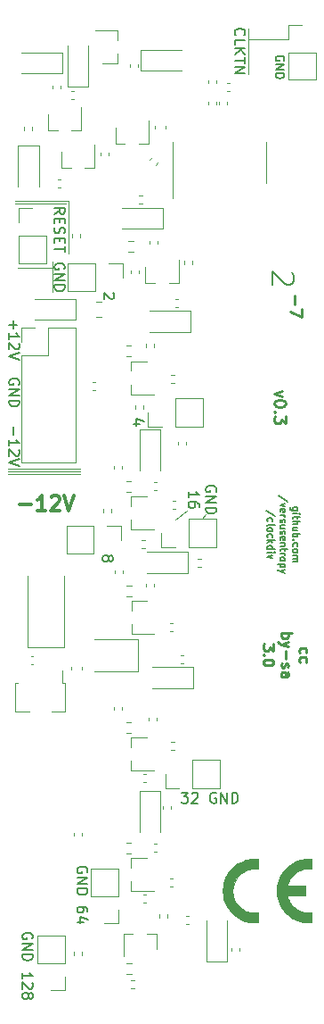
<source format=gto>
G04 #@! TF.GenerationSoftware,KiCad,Pcbnew,(5.1.10)-1*
G04 #@! TF.CreationDate,2021-11-26T00:00:13+01:00*
G04 #@! TF.ProjectId,clockdiv,636c6f63-6b64-4697-962e-6b696361645f,rev?*
G04 #@! TF.SameCoordinates,Original*
G04 #@! TF.FileFunction,Legend,Top*
G04 #@! TF.FilePolarity,Positive*
%FSLAX46Y46*%
G04 Gerber Fmt 4.6, Leading zero omitted, Abs format (unit mm)*
G04 Created by KiCad (PCBNEW (5.1.10)-1) date 2021-11-26 00:00:13*
%MOMM*%
%LPD*%
G01*
G04 APERTURE LIST*
%ADD10C,0.330000*%
%ADD11C,0.120000*%
%ADD12C,0.230000*%
%ADD13C,0.150000*%
%ADD14C,0.275000*%
%ADD15C,0.200000*%
%ADD16C,0.010000*%
G04 APERTURE END LIST*
D10*
X108785333Y-121893000D02*
X109852000Y-121893000D01*
X111252000Y-122426333D02*
X110452000Y-122426333D01*
X110852000Y-122426333D02*
X110852000Y-121026333D01*
X110718666Y-121226333D01*
X110585333Y-121359666D01*
X110452000Y-121426333D01*
X111785333Y-121159666D02*
X111852000Y-121093000D01*
X111985333Y-121026333D01*
X112318666Y-121026333D01*
X112452000Y-121093000D01*
X112518666Y-121159666D01*
X112585333Y-121293000D01*
X112585333Y-121426333D01*
X112518666Y-121626333D01*
X111718666Y-122426333D01*
X112585333Y-122426333D01*
X112985333Y-121026333D02*
X113452000Y-122426333D01*
X113918666Y-121026333D01*
D11*
X114554000Y-118999000D02*
X107696000Y-118999000D01*
X114554000Y-118745000D02*
X107696000Y-118745000D01*
X114554000Y-118491000D02*
X107696000Y-118491000D01*
D12*
X133712714Y-111077571D02*
X132979380Y-111339476D01*
X133712714Y-111601380D01*
X134079380Y-112229952D02*
X134079380Y-112334714D01*
X134027000Y-112439476D01*
X133974619Y-112491857D01*
X133869857Y-112544238D01*
X133660333Y-112596619D01*
X133398428Y-112596619D01*
X133188904Y-112544238D01*
X133084142Y-112491857D01*
X133031761Y-112439476D01*
X132979380Y-112334714D01*
X132979380Y-112229952D01*
X133031761Y-112125190D01*
X133084142Y-112072809D01*
X133188904Y-112020428D01*
X133398428Y-111968047D01*
X133660333Y-111968047D01*
X133869857Y-112020428D01*
X133974619Y-112072809D01*
X134027000Y-112125190D01*
X134079380Y-112229952D01*
X133084142Y-113068047D02*
X133031761Y-113120428D01*
X132979380Y-113068047D01*
X133031761Y-113015666D01*
X133084142Y-113068047D01*
X132979380Y-113068047D01*
X134079380Y-113487095D02*
X134079380Y-114168047D01*
X133660333Y-113801380D01*
X133660333Y-113958523D01*
X133607952Y-114063285D01*
X133555571Y-114115666D01*
X133450809Y-114168047D01*
X133188904Y-114168047D01*
X133084142Y-114115666D01*
X133031761Y-114063285D01*
X132979380Y-113958523D01*
X132979380Y-113644238D01*
X133031761Y-113539476D01*
X133084142Y-113487095D01*
D13*
X109974000Y-163036571D02*
X110021619Y-162941333D01*
X110021619Y-162798476D01*
X109974000Y-162655619D01*
X109878761Y-162560380D01*
X109783523Y-162512761D01*
X109593047Y-162465142D01*
X109450190Y-162465142D01*
X109259714Y-162512761D01*
X109164476Y-162560380D01*
X109069238Y-162655619D01*
X109021619Y-162798476D01*
X109021619Y-162893714D01*
X109069238Y-163036571D01*
X109116857Y-163084190D01*
X109450190Y-163084190D01*
X109450190Y-162893714D01*
X109021619Y-163512761D02*
X110021619Y-163512761D01*
X109021619Y-164084190D01*
X110021619Y-164084190D01*
X109021619Y-164560380D02*
X110021619Y-164560380D01*
X110021619Y-164798476D01*
X109974000Y-164941333D01*
X109878761Y-165036571D01*
X109783523Y-165084190D01*
X109593047Y-165131809D01*
X109450190Y-165131809D01*
X109259714Y-165084190D01*
X109164476Y-165036571D01*
X109069238Y-164941333D01*
X109021619Y-164798476D01*
X109021619Y-164560380D01*
X109021619Y-166846095D02*
X109021619Y-166274666D01*
X109021619Y-166560380D02*
X110021619Y-166560380D01*
X109878761Y-166465142D01*
X109783523Y-166369904D01*
X109735904Y-166274666D01*
X109926380Y-167227047D02*
X109974000Y-167274666D01*
X110021619Y-167369904D01*
X110021619Y-167608000D01*
X109974000Y-167703238D01*
X109926380Y-167750857D01*
X109831142Y-167798476D01*
X109735904Y-167798476D01*
X109593047Y-167750857D01*
X109021619Y-167179428D01*
X109021619Y-167798476D01*
X109593047Y-168369904D02*
X109640666Y-168274666D01*
X109688285Y-168227047D01*
X109783523Y-168179428D01*
X109831142Y-168179428D01*
X109926380Y-168227047D01*
X109974000Y-168274666D01*
X110021619Y-168369904D01*
X110021619Y-168560380D01*
X109974000Y-168655619D01*
X109926380Y-168703238D01*
X109831142Y-168750857D01*
X109783523Y-168750857D01*
X109688285Y-168703238D01*
X109640666Y-168655619D01*
X109593047Y-168560380D01*
X109593047Y-168369904D01*
X109545428Y-168274666D01*
X109497809Y-168227047D01*
X109402571Y-168179428D01*
X109212095Y-168179428D01*
X109116857Y-168227047D01*
X109069238Y-168274666D01*
X109021619Y-168369904D01*
X109021619Y-168560380D01*
X109069238Y-168655619D01*
X109116857Y-168703238D01*
X109212095Y-168750857D01*
X109402571Y-168750857D01*
X109497809Y-168703238D01*
X109545428Y-168655619D01*
X109593047Y-168560380D01*
X115181000Y-156781761D02*
X115228619Y-156686523D01*
X115228619Y-156543666D01*
X115181000Y-156400809D01*
X115085761Y-156305571D01*
X114990523Y-156257952D01*
X114800047Y-156210333D01*
X114657190Y-156210333D01*
X114466714Y-156257952D01*
X114371476Y-156305571D01*
X114276238Y-156400809D01*
X114228619Y-156543666D01*
X114228619Y-156638904D01*
X114276238Y-156781761D01*
X114323857Y-156829380D01*
X114657190Y-156829380D01*
X114657190Y-156638904D01*
X114228619Y-157257952D02*
X115228619Y-157257952D01*
X114228619Y-157829380D01*
X115228619Y-157829380D01*
X114228619Y-158305571D02*
X115228619Y-158305571D01*
X115228619Y-158543666D01*
X115181000Y-158686523D01*
X115085761Y-158781761D01*
X114990523Y-158829380D01*
X114800047Y-158877000D01*
X114657190Y-158877000D01*
X114466714Y-158829380D01*
X114371476Y-158781761D01*
X114276238Y-158686523D01*
X114228619Y-158543666D01*
X114228619Y-158305571D01*
X115228619Y-160496047D02*
X115228619Y-160305571D01*
X115181000Y-160210333D01*
X115133380Y-160162714D01*
X114990523Y-160067476D01*
X114800047Y-160019857D01*
X114419095Y-160019857D01*
X114323857Y-160067476D01*
X114276238Y-160115095D01*
X114228619Y-160210333D01*
X114228619Y-160400809D01*
X114276238Y-160496047D01*
X114323857Y-160543666D01*
X114419095Y-160591285D01*
X114657190Y-160591285D01*
X114752428Y-160543666D01*
X114800047Y-160496047D01*
X114847666Y-160400809D01*
X114847666Y-160210333D01*
X114800047Y-160115095D01*
X114752428Y-160067476D01*
X114657190Y-160019857D01*
X114895285Y-161448428D02*
X114228619Y-161448428D01*
X115276238Y-161210333D02*
X114561952Y-160972238D01*
X114561952Y-161591285D01*
X124158714Y-149185380D02*
X124777761Y-149185380D01*
X124444428Y-149566333D01*
X124587285Y-149566333D01*
X124682523Y-149613952D01*
X124730142Y-149661571D01*
X124777761Y-149756809D01*
X124777761Y-149994904D01*
X124730142Y-150090142D01*
X124682523Y-150137761D01*
X124587285Y-150185380D01*
X124301571Y-150185380D01*
X124206333Y-150137761D01*
X124158714Y-150090142D01*
X125158714Y-149280619D02*
X125206333Y-149233000D01*
X125301571Y-149185380D01*
X125539666Y-149185380D01*
X125634904Y-149233000D01*
X125682523Y-149280619D01*
X125730142Y-149375857D01*
X125730142Y-149471095D01*
X125682523Y-149613952D01*
X125111095Y-150185380D01*
X125730142Y-150185380D01*
X127444428Y-149233000D02*
X127349190Y-149185380D01*
X127206333Y-149185380D01*
X127063476Y-149233000D01*
X126968238Y-149328238D01*
X126920619Y-149423476D01*
X126873000Y-149613952D01*
X126873000Y-149756809D01*
X126920619Y-149947285D01*
X126968238Y-150042523D01*
X127063476Y-150137761D01*
X127206333Y-150185380D01*
X127301571Y-150185380D01*
X127444428Y-150137761D01*
X127492047Y-150090142D01*
X127492047Y-149756809D01*
X127301571Y-149756809D01*
X127920619Y-150185380D02*
X127920619Y-149185380D01*
X128492047Y-150185380D01*
X128492047Y-149185380D01*
X128968238Y-150185380D02*
X128968238Y-149185380D01*
X129206333Y-149185380D01*
X129349190Y-149233000D01*
X129444428Y-149328238D01*
X129492047Y-149423476D01*
X129539666Y-149613952D01*
X129539666Y-149756809D01*
X129492047Y-149947285D01*
X129444428Y-150042523D01*
X129349190Y-150137761D01*
X129206333Y-150185380D01*
X128968238Y-150185380D01*
D11*
X126111000Y-123190000D02*
X126492000Y-122809000D01*
X123571000Y-123317000D02*
X124714000Y-122428000D01*
D13*
X127436000Y-120650095D02*
X127483619Y-120554857D01*
X127483619Y-120412000D01*
X127436000Y-120269142D01*
X127340761Y-120173904D01*
X127245523Y-120126285D01*
X127055047Y-120078666D01*
X126912190Y-120078666D01*
X126721714Y-120126285D01*
X126626476Y-120173904D01*
X126531238Y-120269142D01*
X126483619Y-120412000D01*
X126483619Y-120507238D01*
X126531238Y-120650095D01*
X126578857Y-120697714D01*
X126912190Y-120697714D01*
X126912190Y-120507238D01*
X126483619Y-121126285D02*
X127483619Y-121126285D01*
X126483619Y-121697714D01*
X127483619Y-121697714D01*
X126483619Y-122173904D02*
X127483619Y-122173904D01*
X127483619Y-122412000D01*
X127436000Y-122554857D01*
X127340761Y-122650095D01*
X127245523Y-122697714D01*
X127055047Y-122745333D01*
X126912190Y-122745333D01*
X126721714Y-122697714D01*
X126626476Y-122650095D01*
X126531238Y-122554857D01*
X126483619Y-122412000D01*
X126483619Y-122173904D01*
X124833619Y-121221523D02*
X124833619Y-120650095D01*
X124833619Y-120935809D02*
X125833619Y-120935809D01*
X125690761Y-120840571D01*
X125595523Y-120745333D01*
X125547904Y-120650095D01*
X125833619Y-122078666D02*
X125833619Y-121888190D01*
X125786000Y-121792952D01*
X125738380Y-121745333D01*
X125595523Y-121650095D01*
X125405047Y-121602476D01*
X125024095Y-121602476D01*
X124928857Y-121650095D01*
X124881238Y-121697714D01*
X124833619Y-121792952D01*
X124833619Y-121983428D01*
X124881238Y-122078666D01*
X124928857Y-122126285D01*
X125024095Y-122173904D01*
X125262190Y-122173904D01*
X125357428Y-122126285D01*
X125405047Y-122078666D01*
X125452666Y-121983428D01*
X125452666Y-121792952D01*
X125405047Y-121697714D01*
X125357428Y-121650095D01*
X125262190Y-121602476D01*
X117213047Y-126904761D02*
X117260666Y-126809523D01*
X117308285Y-126761904D01*
X117403523Y-126714285D01*
X117451142Y-126714285D01*
X117546380Y-126761904D01*
X117594000Y-126809523D01*
X117641619Y-126904761D01*
X117641619Y-127095238D01*
X117594000Y-127190476D01*
X117546380Y-127238095D01*
X117451142Y-127285714D01*
X117403523Y-127285714D01*
X117308285Y-127238095D01*
X117260666Y-127190476D01*
X117213047Y-127095238D01*
X117213047Y-126904761D01*
X117165428Y-126809523D01*
X117117809Y-126761904D01*
X117022571Y-126714285D01*
X116832095Y-126714285D01*
X116736857Y-126761904D01*
X116689238Y-126809523D01*
X116641619Y-126904761D01*
X116641619Y-127095238D01*
X116689238Y-127190476D01*
X116736857Y-127238095D01*
X116832095Y-127285714D01*
X117022571Y-127285714D01*
X117117809Y-127238095D01*
X117165428Y-127190476D01*
X117213047Y-127095238D01*
X120229285Y-114236476D02*
X119562619Y-114236476D01*
X120610238Y-113998380D02*
X119895952Y-113760285D01*
X119895952Y-114379333D01*
X117673380Y-101822285D02*
X117721000Y-101869904D01*
X117768619Y-101965142D01*
X117768619Y-102203238D01*
X117721000Y-102298476D01*
X117673380Y-102346095D01*
X117578142Y-102393714D01*
X117482904Y-102393714D01*
X117340047Y-102346095D01*
X116768619Y-101774666D01*
X116768619Y-102393714D01*
D11*
X111887000Y-99441000D02*
X111887000Y-98806000D01*
X111887000Y-101727000D02*
X111887000Y-99441000D01*
X111887000Y-99441000D02*
X111887000Y-101727000D01*
X108585000Y-99441000D02*
X111887000Y-99441000D01*
X113411000Y-93091000D02*
X113411000Y-98044000D01*
X108331000Y-93091000D02*
X113411000Y-93091000D01*
X108331000Y-93345000D02*
X113157000Y-93345000D01*
D13*
X129309857Y-77367000D02*
X129262238Y-77319380D01*
X129214619Y-77176523D01*
X129214619Y-77081285D01*
X129262238Y-76938428D01*
X129357476Y-76843190D01*
X129452714Y-76795571D01*
X129643190Y-76747952D01*
X129786047Y-76747952D01*
X129976523Y-76795571D01*
X130071761Y-76843190D01*
X130167000Y-76938428D01*
X130214619Y-77081285D01*
X130214619Y-77176523D01*
X130167000Y-77319380D01*
X130119380Y-77367000D01*
X129214619Y-78271761D02*
X129214619Y-77795571D01*
X130214619Y-77795571D01*
X129214619Y-78605095D02*
X130214619Y-78605095D01*
X129214619Y-79176523D02*
X129786047Y-78747952D01*
X130214619Y-79176523D02*
X129643190Y-78605095D01*
X130214619Y-79462238D02*
X130214619Y-80033666D01*
X129214619Y-79747952D02*
X130214619Y-79747952D01*
X129214619Y-80367000D02*
X130214619Y-80367000D01*
X129214619Y-80938428D01*
X130214619Y-80938428D01*
X133877000Y-79781476D02*
X133915095Y-79705285D01*
X133915095Y-79591000D01*
X133877000Y-79476714D01*
X133800809Y-79400523D01*
X133724619Y-79362428D01*
X133572238Y-79324333D01*
X133457952Y-79324333D01*
X133305571Y-79362428D01*
X133229380Y-79400523D01*
X133153190Y-79476714D01*
X133115095Y-79591000D01*
X133115095Y-79667190D01*
X133153190Y-79781476D01*
X133191285Y-79819571D01*
X133457952Y-79819571D01*
X133457952Y-79667190D01*
X133115095Y-80162428D02*
X133915095Y-80162428D01*
X133115095Y-80619571D01*
X133915095Y-80619571D01*
X133115095Y-81000523D02*
X133915095Y-81000523D01*
X133915095Y-81191000D01*
X133877000Y-81305285D01*
X133800809Y-81381476D01*
X133724619Y-81419571D01*
X133572238Y-81457666D01*
X133457952Y-81457666D01*
X133305571Y-81419571D01*
X133229380Y-81381476D01*
X133153190Y-81305285D01*
X133115095Y-81191000D01*
X133115095Y-81000523D01*
D12*
X135437238Y-135953523D02*
X135389619Y-135858285D01*
X135389619Y-135667809D01*
X135437238Y-135572571D01*
X135484857Y-135524952D01*
X135580095Y-135477333D01*
X135865809Y-135477333D01*
X135961047Y-135524952D01*
X136008666Y-135572571D01*
X136056285Y-135667809D01*
X136056285Y-135858285D01*
X136008666Y-135953523D01*
X135437238Y-136810666D02*
X135389619Y-136715428D01*
X135389619Y-136524952D01*
X135437238Y-136429714D01*
X135484857Y-136382095D01*
X135580095Y-136334476D01*
X135865809Y-136334476D01*
X135961047Y-136382095D01*
X136008666Y-136429714D01*
X136056285Y-136524952D01*
X136056285Y-136715428D01*
X136008666Y-136810666D01*
X133659619Y-134072571D02*
X134659619Y-134072571D01*
X134278666Y-134072571D02*
X134326285Y-134167809D01*
X134326285Y-134358285D01*
X134278666Y-134453523D01*
X134231047Y-134501142D01*
X134135809Y-134548761D01*
X133850095Y-134548761D01*
X133754857Y-134501142D01*
X133707238Y-134453523D01*
X133659619Y-134358285D01*
X133659619Y-134167809D01*
X133707238Y-134072571D01*
X134326285Y-134882095D02*
X133659619Y-135120190D01*
X134326285Y-135358285D02*
X133659619Y-135120190D01*
X133421523Y-135024952D01*
X133373904Y-134977333D01*
X133326285Y-134882095D01*
X134040571Y-135739238D02*
X134040571Y-136501142D01*
X133707238Y-136929714D02*
X133659619Y-137024952D01*
X133659619Y-137215428D01*
X133707238Y-137310666D01*
X133802476Y-137358285D01*
X133850095Y-137358285D01*
X133945333Y-137310666D01*
X133992952Y-137215428D01*
X133992952Y-137072571D01*
X134040571Y-136977333D01*
X134135809Y-136929714D01*
X134183428Y-136929714D01*
X134278666Y-136977333D01*
X134326285Y-137072571D01*
X134326285Y-137215428D01*
X134278666Y-137310666D01*
X133659619Y-138215428D02*
X134183428Y-138215428D01*
X134278666Y-138167809D01*
X134326285Y-138072571D01*
X134326285Y-137882095D01*
X134278666Y-137786857D01*
X133707238Y-138215428D02*
X133659619Y-138120190D01*
X133659619Y-137882095D01*
X133707238Y-137786857D01*
X133802476Y-137739238D01*
X133897714Y-137739238D01*
X133992952Y-137786857D01*
X134040571Y-137882095D01*
X134040571Y-138120190D01*
X134088190Y-138215428D01*
X132929619Y-135096380D02*
X132929619Y-135715428D01*
X132548666Y-135382095D01*
X132548666Y-135524952D01*
X132501047Y-135620190D01*
X132453428Y-135667809D01*
X132358190Y-135715428D01*
X132120095Y-135715428D01*
X132024857Y-135667809D01*
X131977238Y-135620190D01*
X131929619Y-135524952D01*
X131929619Y-135239238D01*
X131977238Y-135144000D01*
X132024857Y-135096380D01*
X132024857Y-136144000D02*
X131977238Y-136191619D01*
X131929619Y-136144000D01*
X131977238Y-136096380D01*
X132024857Y-136144000D01*
X131929619Y-136144000D01*
X132929619Y-136810666D02*
X132929619Y-136905904D01*
X132882000Y-137001142D01*
X132834380Y-137048761D01*
X132739142Y-137096380D01*
X132548666Y-137144000D01*
X132310571Y-137144000D01*
X132120095Y-137096380D01*
X132024857Y-137048761D01*
X131977238Y-137001142D01*
X131929619Y-136905904D01*
X131929619Y-136810666D01*
X131977238Y-136715428D01*
X132024857Y-136667809D01*
X132120095Y-136620190D01*
X132310571Y-136572571D01*
X132548666Y-136572571D01*
X132739142Y-136620190D01*
X132834380Y-136667809D01*
X132882000Y-136715428D01*
X132929619Y-136810666D01*
D13*
X135208000Y-122435428D02*
X134641333Y-122435428D01*
X134574666Y-122404000D01*
X134541333Y-122372571D01*
X134508000Y-122309714D01*
X134508000Y-122215428D01*
X134541333Y-122152571D01*
X134774666Y-122435428D02*
X134741333Y-122372571D01*
X134741333Y-122246857D01*
X134774666Y-122184000D01*
X134808000Y-122152571D01*
X134874666Y-122121142D01*
X135074666Y-122121142D01*
X135141333Y-122152571D01*
X135174666Y-122184000D01*
X135208000Y-122246857D01*
X135208000Y-122372571D01*
X135174666Y-122435428D01*
X134741333Y-122749714D02*
X135208000Y-122749714D01*
X135441333Y-122749714D02*
X135408000Y-122718285D01*
X135374666Y-122749714D01*
X135408000Y-122781142D01*
X135441333Y-122749714D01*
X135374666Y-122749714D01*
X135208000Y-122969714D02*
X135208000Y-123221142D01*
X135441333Y-123064000D02*
X134841333Y-123064000D01*
X134774666Y-123095428D01*
X134741333Y-123158285D01*
X134741333Y-123221142D01*
X134741333Y-123441142D02*
X135441333Y-123441142D01*
X134741333Y-123724000D02*
X135108000Y-123724000D01*
X135174666Y-123692571D01*
X135208000Y-123629714D01*
X135208000Y-123535428D01*
X135174666Y-123472571D01*
X135141333Y-123441142D01*
X135208000Y-124321142D02*
X134741333Y-124321142D01*
X135208000Y-124038285D02*
X134841333Y-124038285D01*
X134774666Y-124069714D01*
X134741333Y-124132571D01*
X134741333Y-124226857D01*
X134774666Y-124289714D01*
X134808000Y-124321142D01*
X134741333Y-124635428D02*
X135441333Y-124635428D01*
X135174666Y-124635428D02*
X135208000Y-124698285D01*
X135208000Y-124824000D01*
X135174666Y-124886857D01*
X135141333Y-124918285D01*
X135074666Y-124949714D01*
X134874666Y-124949714D01*
X134808000Y-124918285D01*
X134774666Y-124886857D01*
X134741333Y-124824000D01*
X134741333Y-124698285D01*
X134774666Y-124635428D01*
X134808000Y-125232571D02*
X134774666Y-125264000D01*
X134741333Y-125232571D01*
X134774666Y-125201142D01*
X134808000Y-125232571D01*
X134741333Y-125232571D01*
X134774666Y-125829714D02*
X134741333Y-125766857D01*
X134741333Y-125641142D01*
X134774666Y-125578285D01*
X134808000Y-125546857D01*
X134874666Y-125515428D01*
X135074666Y-125515428D01*
X135141333Y-125546857D01*
X135174666Y-125578285D01*
X135208000Y-125641142D01*
X135208000Y-125766857D01*
X135174666Y-125829714D01*
X134741333Y-126206857D02*
X134774666Y-126144000D01*
X134808000Y-126112571D01*
X134874666Y-126081142D01*
X135074666Y-126081142D01*
X135141333Y-126112571D01*
X135174666Y-126144000D01*
X135208000Y-126206857D01*
X135208000Y-126301142D01*
X135174666Y-126364000D01*
X135141333Y-126395428D01*
X135074666Y-126426857D01*
X134874666Y-126426857D01*
X134808000Y-126395428D01*
X134774666Y-126364000D01*
X134741333Y-126301142D01*
X134741333Y-126206857D01*
X134741333Y-126709714D02*
X135208000Y-126709714D01*
X135141333Y-126709714D02*
X135174666Y-126741142D01*
X135208000Y-126804000D01*
X135208000Y-126898285D01*
X135174666Y-126961142D01*
X135108000Y-126992571D01*
X134741333Y-126992571D01*
X135108000Y-126992571D02*
X135174666Y-127024000D01*
X135208000Y-127086857D01*
X135208000Y-127181142D01*
X135174666Y-127244000D01*
X135108000Y-127275428D01*
X134741333Y-127275428D01*
X134274666Y-121602571D02*
X133374666Y-121036857D01*
X134008000Y-121759714D02*
X133541333Y-121916857D01*
X134008000Y-122074000D01*
X133574666Y-122576857D02*
X133541333Y-122514000D01*
X133541333Y-122388285D01*
X133574666Y-122325428D01*
X133641333Y-122294000D01*
X133908000Y-122294000D01*
X133974666Y-122325428D01*
X134008000Y-122388285D01*
X134008000Y-122514000D01*
X133974666Y-122576857D01*
X133908000Y-122608285D01*
X133841333Y-122608285D01*
X133774666Y-122294000D01*
X133541333Y-122891142D02*
X134008000Y-122891142D01*
X133874666Y-122891142D02*
X133941333Y-122922571D01*
X133974666Y-122954000D01*
X134008000Y-123016857D01*
X134008000Y-123079714D01*
X133574666Y-123268285D02*
X133541333Y-123331142D01*
X133541333Y-123456857D01*
X133574666Y-123519714D01*
X133641333Y-123551142D01*
X133674666Y-123551142D01*
X133741333Y-123519714D01*
X133774666Y-123456857D01*
X133774666Y-123362571D01*
X133808000Y-123299714D01*
X133874666Y-123268285D01*
X133908000Y-123268285D01*
X133974666Y-123299714D01*
X134008000Y-123362571D01*
X134008000Y-123456857D01*
X133974666Y-123519714D01*
X134008000Y-124116857D02*
X133541333Y-124116857D01*
X134008000Y-123834000D02*
X133641333Y-123834000D01*
X133574666Y-123865428D01*
X133541333Y-123928285D01*
X133541333Y-124022571D01*
X133574666Y-124085428D01*
X133608000Y-124116857D01*
X133574666Y-124399714D02*
X133541333Y-124462571D01*
X133541333Y-124588285D01*
X133574666Y-124651142D01*
X133641333Y-124682571D01*
X133674666Y-124682571D01*
X133741333Y-124651142D01*
X133774666Y-124588285D01*
X133774666Y-124494000D01*
X133808000Y-124431142D01*
X133874666Y-124399714D01*
X133908000Y-124399714D01*
X133974666Y-124431142D01*
X134008000Y-124494000D01*
X134008000Y-124588285D01*
X133974666Y-124651142D01*
X133574666Y-125216857D02*
X133541333Y-125154000D01*
X133541333Y-125028285D01*
X133574666Y-124965428D01*
X133641333Y-124934000D01*
X133908000Y-124934000D01*
X133974666Y-124965428D01*
X134008000Y-125028285D01*
X134008000Y-125154000D01*
X133974666Y-125216857D01*
X133908000Y-125248285D01*
X133841333Y-125248285D01*
X133774666Y-124934000D01*
X134008000Y-125531142D02*
X133541333Y-125531142D01*
X133941333Y-125531142D02*
X133974666Y-125562571D01*
X134008000Y-125625428D01*
X134008000Y-125719714D01*
X133974666Y-125782571D01*
X133908000Y-125814000D01*
X133541333Y-125814000D01*
X134008000Y-126034000D02*
X134008000Y-126285428D01*
X134241333Y-126128285D02*
X133641333Y-126128285D01*
X133574666Y-126159714D01*
X133541333Y-126222571D01*
X133541333Y-126285428D01*
X133541333Y-126505428D02*
X134008000Y-126505428D01*
X133874666Y-126505428D02*
X133941333Y-126536857D01*
X133974666Y-126568285D01*
X134008000Y-126631142D01*
X134008000Y-126694000D01*
X133541333Y-127008285D02*
X133574666Y-126945428D01*
X133608000Y-126914000D01*
X133674666Y-126882571D01*
X133874666Y-126882571D01*
X133941333Y-126914000D01*
X133974666Y-126945428D01*
X134008000Y-127008285D01*
X134008000Y-127102571D01*
X133974666Y-127165428D01*
X133941333Y-127196857D01*
X133874666Y-127228285D01*
X133674666Y-127228285D01*
X133608000Y-127196857D01*
X133574666Y-127165428D01*
X133541333Y-127102571D01*
X133541333Y-127008285D01*
X134008000Y-127511142D02*
X133308000Y-127511142D01*
X133974666Y-127511142D02*
X134008000Y-127574000D01*
X134008000Y-127699714D01*
X133974666Y-127762571D01*
X133941333Y-127794000D01*
X133874666Y-127825428D01*
X133674666Y-127825428D01*
X133608000Y-127794000D01*
X133574666Y-127762571D01*
X133541333Y-127699714D01*
X133541333Y-127574000D01*
X133574666Y-127511142D01*
X134008000Y-128045428D02*
X133541333Y-128202571D01*
X134008000Y-128359714D02*
X133541333Y-128202571D01*
X133374666Y-128139714D01*
X133341333Y-128108285D01*
X133308000Y-128045428D01*
X133074666Y-122985428D02*
X132174666Y-122419714D01*
X132374666Y-123488285D02*
X132341333Y-123425428D01*
X132341333Y-123299714D01*
X132374666Y-123236857D01*
X132408000Y-123205428D01*
X132474666Y-123174000D01*
X132674666Y-123174000D01*
X132741333Y-123205428D01*
X132774666Y-123236857D01*
X132808000Y-123299714D01*
X132808000Y-123425428D01*
X132774666Y-123488285D01*
X132341333Y-123865428D02*
X132374666Y-123802571D01*
X132441333Y-123771142D01*
X133041333Y-123771142D01*
X132341333Y-124211142D02*
X132374666Y-124148285D01*
X132408000Y-124116857D01*
X132474666Y-124085428D01*
X132674666Y-124085428D01*
X132741333Y-124116857D01*
X132774666Y-124148285D01*
X132808000Y-124211142D01*
X132808000Y-124305428D01*
X132774666Y-124368285D01*
X132741333Y-124399714D01*
X132674666Y-124431142D01*
X132474666Y-124431142D01*
X132408000Y-124399714D01*
X132374666Y-124368285D01*
X132341333Y-124305428D01*
X132341333Y-124211142D01*
X132374666Y-124996857D02*
X132341333Y-124934000D01*
X132341333Y-124808285D01*
X132374666Y-124745428D01*
X132408000Y-124714000D01*
X132474666Y-124682571D01*
X132674666Y-124682571D01*
X132741333Y-124714000D01*
X132774666Y-124745428D01*
X132808000Y-124808285D01*
X132808000Y-124934000D01*
X132774666Y-124996857D01*
X132341333Y-125279714D02*
X133041333Y-125279714D01*
X132608000Y-125342571D02*
X132341333Y-125531142D01*
X132808000Y-125531142D02*
X132541333Y-125279714D01*
X132341333Y-126096857D02*
X133041333Y-126096857D01*
X132374666Y-126096857D02*
X132341333Y-126034000D01*
X132341333Y-125908285D01*
X132374666Y-125845428D01*
X132408000Y-125814000D01*
X132474666Y-125782571D01*
X132674666Y-125782571D01*
X132741333Y-125814000D01*
X132774666Y-125845428D01*
X132808000Y-125908285D01*
X132808000Y-126034000D01*
X132774666Y-126096857D01*
X132341333Y-126411142D02*
X132808000Y-126411142D01*
X133041333Y-126411142D02*
X133008000Y-126379714D01*
X132974666Y-126411142D01*
X133008000Y-126442571D01*
X133041333Y-126411142D01*
X132974666Y-126411142D01*
X132808000Y-126662571D02*
X132341333Y-126819714D01*
X132808000Y-126976857D01*
D14*
X134922428Y-102054142D02*
X134922428Y-102892238D01*
X135603380Y-103311285D02*
X135603380Y-104044619D01*
X134503380Y-103573190D01*
D15*
X134635761Y-99885571D02*
X134731000Y-99980809D01*
X134826238Y-100171285D01*
X134826238Y-100647476D01*
X134731000Y-100837952D01*
X134635761Y-100933190D01*
X134445285Y-101028428D01*
X134254809Y-101028428D01*
X133969095Y-100933190D01*
X132826238Y-99790333D01*
X132826238Y-101028428D01*
D11*
X130556000Y-76708000D02*
X130556000Y-81026000D01*
X130556000Y-77724000D02*
X130556000Y-76708000D01*
X134306000Y-77724000D02*
X130556000Y-77724000D01*
D13*
X112069619Y-94305857D02*
X112545809Y-93972523D01*
X112069619Y-93734428D02*
X113069619Y-93734428D01*
X113069619Y-94115380D01*
X113022000Y-94210619D01*
X112974380Y-94258238D01*
X112879142Y-94305857D01*
X112736285Y-94305857D01*
X112641047Y-94258238D01*
X112593428Y-94210619D01*
X112545809Y-94115380D01*
X112545809Y-93734428D01*
X112593428Y-94734428D02*
X112593428Y-95067761D01*
X112069619Y-95210619D02*
X112069619Y-94734428D01*
X113069619Y-94734428D01*
X113069619Y-95210619D01*
X112117238Y-95591571D02*
X112069619Y-95734428D01*
X112069619Y-95972523D01*
X112117238Y-96067761D01*
X112164857Y-96115380D01*
X112260095Y-96163000D01*
X112355333Y-96163000D01*
X112450571Y-96115380D01*
X112498190Y-96067761D01*
X112545809Y-95972523D01*
X112593428Y-95782047D01*
X112641047Y-95686809D01*
X112688666Y-95639190D01*
X112783904Y-95591571D01*
X112879142Y-95591571D01*
X112974380Y-95639190D01*
X113022000Y-95686809D01*
X113069619Y-95782047D01*
X113069619Y-96020142D01*
X113022000Y-96163000D01*
X112593428Y-96591571D02*
X112593428Y-96924904D01*
X112069619Y-97067761D02*
X112069619Y-96591571D01*
X113069619Y-96591571D01*
X113069619Y-97067761D01*
X113069619Y-97353476D02*
X113069619Y-97924904D01*
X112069619Y-97639190D02*
X113069619Y-97639190D01*
X113022000Y-99543952D02*
X113069619Y-99448714D01*
X113069619Y-99305857D01*
X113022000Y-99163000D01*
X112926761Y-99067761D01*
X112831523Y-99020142D01*
X112641047Y-98972523D01*
X112498190Y-98972523D01*
X112307714Y-99020142D01*
X112212476Y-99067761D01*
X112117238Y-99163000D01*
X112069619Y-99305857D01*
X112069619Y-99401095D01*
X112117238Y-99543952D01*
X112164857Y-99591571D01*
X112498190Y-99591571D01*
X112498190Y-99401095D01*
X112069619Y-100020142D02*
X113069619Y-100020142D01*
X112069619Y-100591571D01*
X113069619Y-100591571D01*
X112069619Y-101067761D02*
X113069619Y-101067761D01*
X113069619Y-101305857D01*
X113022000Y-101448714D01*
X112926761Y-101543952D01*
X112831523Y-101591571D01*
X112641047Y-101639190D01*
X112498190Y-101639190D01*
X112307714Y-101591571D01*
X112212476Y-101543952D01*
X112117238Y-101448714D01*
X112069619Y-101305857D01*
X112069619Y-101067761D01*
X108132571Y-104442476D02*
X108132571Y-105204380D01*
X107751619Y-104823428D02*
X108513523Y-104823428D01*
X107751619Y-106204380D02*
X107751619Y-105632952D01*
X107751619Y-105918666D02*
X108751619Y-105918666D01*
X108608761Y-105823428D01*
X108513523Y-105728190D01*
X108465904Y-105632952D01*
X108656380Y-106585333D02*
X108704000Y-106632952D01*
X108751619Y-106728190D01*
X108751619Y-106966285D01*
X108704000Y-107061523D01*
X108656380Y-107109142D01*
X108561142Y-107156761D01*
X108465904Y-107156761D01*
X108323047Y-107109142D01*
X107751619Y-106537714D01*
X107751619Y-107156761D01*
X108751619Y-107442476D02*
X107751619Y-107775809D01*
X108751619Y-108109142D01*
X108704000Y-110490095D02*
X108751619Y-110394857D01*
X108751619Y-110252000D01*
X108704000Y-110109142D01*
X108608761Y-110013904D01*
X108513523Y-109966285D01*
X108323047Y-109918666D01*
X108180190Y-109918666D01*
X107989714Y-109966285D01*
X107894476Y-110013904D01*
X107799238Y-110109142D01*
X107751619Y-110252000D01*
X107751619Y-110347238D01*
X107799238Y-110490095D01*
X107846857Y-110537714D01*
X108180190Y-110537714D01*
X108180190Y-110347238D01*
X107751619Y-110966285D02*
X108751619Y-110966285D01*
X107751619Y-111537714D01*
X108751619Y-111537714D01*
X107751619Y-112013904D02*
X108751619Y-112013904D01*
X108751619Y-112252000D01*
X108704000Y-112394857D01*
X108608761Y-112490095D01*
X108513523Y-112537714D01*
X108323047Y-112585333D01*
X108180190Y-112585333D01*
X107989714Y-112537714D01*
X107894476Y-112490095D01*
X107799238Y-112394857D01*
X107751619Y-112252000D01*
X107751619Y-112013904D01*
X108132571Y-114537714D02*
X108132571Y-115299619D01*
X107751619Y-116299619D02*
X107751619Y-115728190D01*
X107751619Y-116013904D02*
X108751619Y-116013904D01*
X108608761Y-115918666D01*
X108513523Y-115823428D01*
X108465904Y-115728190D01*
X108656380Y-116680571D02*
X108704000Y-116728190D01*
X108751619Y-116823428D01*
X108751619Y-117061523D01*
X108704000Y-117156761D01*
X108656380Y-117204380D01*
X108561142Y-117252000D01*
X108465904Y-117252000D01*
X108323047Y-117204380D01*
X107751619Y-116632952D01*
X107751619Y-117252000D01*
X108751619Y-117537714D02*
X107751619Y-117871047D01*
X108751619Y-118204380D01*
D16*
G04 #@! TO.C,REF\u002A\u002A*
G36*
X136567335Y-156412406D02*
G01*
X136272985Y-156412695D01*
X136171010Y-156413120D01*
X136090355Y-156414408D01*
X136025888Y-156416914D01*
X135972476Y-156420996D01*
X135924988Y-156427008D01*
X135878289Y-156435308D01*
X135844389Y-156442436D01*
X135614549Y-156505754D01*
X135395232Y-156592012D01*
X135188201Y-156700009D01*
X134995220Y-156828544D01*
X134818049Y-156976418D01*
X134658453Y-157142430D01*
X134518193Y-157325379D01*
X134493554Y-157362449D01*
X134441756Y-157449402D01*
X134388855Y-157550820D01*
X134337836Y-157659866D01*
X134291682Y-157769702D01*
X134253375Y-157873488D01*
X134225898Y-157964388D01*
X134219804Y-157989984D01*
X134210439Y-158032979D01*
X135972021Y-158032979D01*
X135972021Y-158972250D01*
X134210439Y-158972250D01*
X134219804Y-159015244D01*
X134244864Y-159106611D01*
X134282352Y-159212469D01*
X134329185Y-159325878D01*
X134382282Y-159439892D01*
X134438560Y-159547569D01*
X134494936Y-159641967D01*
X134504392Y-159656319D01*
X134648134Y-159847791D01*
X134809333Y-160019630D01*
X134986990Y-160171163D01*
X135180109Y-160301719D01*
X135387691Y-160410624D01*
X135608738Y-160497206D01*
X135842255Y-160560794D01*
X135847956Y-160562021D01*
X135900538Y-160572622D01*
X135948958Y-160580513D01*
X135998609Y-160586078D01*
X136054881Y-160589702D01*
X136123168Y-160591769D01*
X136208859Y-160592664D01*
X136279599Y-160592799D01*
X136567333Y-160592776D01*
X136567333Y-161525479D01*
X136279599Y-161523762D01*
X136187624Y-161522709D01*
X136097891Y-161520766D01*
X136016158Y-161518126D01*
X135948179Y-161514981D01*
X135899711Y-161511526D01*
X135892646Y-161510789D01*
X135667237Y-161474594D01*
X135435386Y-161417376D01*
X135203425Y-161341284D01*
X134977685Y-161248465D01*
X134764499Y-161141068D01*
X134708697Y-161109135D01*
X134545156Y-161003667D01*
X134379214Y-160879545D01*
X134217427Y-160742431D01*
X134066350Y-160597982D01*
X133932540Y-160451859D01*
X133895993Y-160407607D01*
X133734673Y-160186012D01*
X133593348Y-159948378D01*
X133473025Y-159697089D01*
X133374711Y-159434532D01*
X133299412Y-159163092D01*
X133248135Y-158885155D01*
X133245590Y-158866416D01*
X133238641Y-158794751D01*
X133233708Y-158704046D01*
X133230792Y-158600923D01*
X133229895Y-158492009D01*
X133231019Y-158383925D01*
X133234166Y-158283298D01*
X133239338Y-158196752D01*
X133245383Y-158138812D01*
X133297339Y-157853894D01*
X133372569Y-157578354D01*
X133470391Y-157313809D01*
X133590121Y-157061877D01*
X133731076Y-156824177D01*
X133892573Y-156602325D01*
X133895993Y-156598079D01*
X134076280Y-156395121D01*
X134275422Y-156208656D01*
X134490973Y-156040214D01*
X134720485Y-155891325D01*
X134961509Y-155763517D01*
X135211600Y-155658322D01*
X135468309Y-155577267D01*
X135568619Y-155552769D01*
X135692530Y-155526938D01*
X135807700Y-155507592D01*
X135921520Y-155493981D01*
X136041385Y-155485356D01*
X136174687Y-155480968D01*
X136286213Y-155480008D01*
X136567333Y-155479750D01*
X136567335Y-156412406D01*
G37*
X136567335Y-156412406D02*
X136272985Y-156412695D01*
X136171010Y-156413120D01*
X136090355Y-156414408D01*
X136025888Y-156416914D01*
X135972476Y-156420996D01*
X135924988Y-156427008D01*
X135878289Y-156435308D01*
X135844389Y-156442436D01*
X135614549Y-156505754D01*
X135395232Y-156592012D01*
X135188201Y-156700009D01*
X134995220Y-156828544D01*
X134818049Y-156976418D01*
X134658453Y-157142430D01*
X134518193Y-157325379D01*
X134493554Y-157362449D01*
X134441756Y-157449402D01*
X134388855Y-157550820D01*
X134337836Y-157659866D01*
X134291682Y-157769702D01*
X134253375Y-157873488D01*
X134225898Y-157964388D01*
X134219804Y-157989984D01*
X134210439Y-158032979D01*
X135972021Y-158032979D01*
X135972021Y-158972250D01*
X134210439Y-158972250D01*
X134219804Y-159015244D01*
X134244864Y-159106611D01*
X134282352Y-159212469D01*
X134329185Y-159325878D01*
X134382282Y-159439892D01*
X134438560Y-159547569D01*
X134494936Y-159641967D01*
X134504392Y-159656319D01*
X134648134Y-159847791D01*
X134809333Y-160019630D01*
X134986990Y-160171163D01*
X135180109Y-160301719D01*
X135387691Y-160410624D01*
X135608738Y-160497206D01*
X135842255Y-160560794D01*
X135847956Y-160562021D01*
X135900538Y-160572622D01*
X135948958Y-160580513D01*
X135998609Y-160586078D01*
X136054881Y-160589702D01*
X136123168Y-160591769D01*
X136208859Y-160592664D01*
X136279599Y-160592799D01*
X136567333Y-160592776D01*
X136567333Y-161525479D01*
X136279599Y-161523762D01*
X136187624Y-161522709D01*
X136097891Y-161520766D01*
X136016158Y-161518126D01*
X135948179Y-161514981D01*
X135899711Y-161511526D01*
X135892646Y-161510789D01*
X135667237Y-161474594D01*
X135435386Y-161417376D01*
X135203425Y-161341284D01*
X134977685Y-161248465D01*
X134764499Y-161141068D01*
X134708697Y-161109135D01*
X134545156Y-161003667D01*
X134379214Y-160879545D01*
X134217427Y-160742431D01*
X134066350Y-160597982D01*
X133932540Y-160451859D01*
X133895993Y-160407607D01*
X133734673Y-160186012D01*
X133593348Y-159948378D01*
X133473025Y-159697089D01*
X133374711Y-159434532D01*
X133299412Y-159163092D01*
X133248135Y-158885155D01*
X133245590Y-158866416D01*
X133238641Y-158794751D01*
X133233708Y-158704046D01*
X133230792Y-158600923D01*
X133229895Y-158492009D01*
X133231019Y-158383925D01*
X133234166Y-158283298D01*
X133239338Y-158196752D01*
X133245383Y-158138812D01*
X133297339Y-157853894D01*
X133372569Y-157578354D01*
X133470391Y-157313809D01*
X133590121Y-157061877D01*
X133731076Y-156824177D01*
X133892573Y-156602325D01*
X133895993Y-156598079D01*
X134076280Y-156395121D01*
X134275422Y-156208656D01*
X134490973Y-156040214D01*
X134720485Y-155891325D01*
X134961509Y-155763517D01*
X135211600Y-155658322D01*
X135468309Y-155577267D01*
X135568619Y-155552769D01*
X135692530Y-155526938D01*
X135807700Y-155507592D01*
X135921520Y-155493981D01*
X136041385Y-155485356D01*
X136174687Y-155480968D01*
X136286213Y-155480008D01*
X136567333Y-155479750D01*
X136567335Y-156412406D01*
G36*
X131273187Y-155480315D02*
G01*
X131337670Y-155481975D01*
X131384303Y-155484945D01*
X131404651Y-155488088D01*
X131434417Y-155496065D01*
X131434417Y-156416530D01*
X131224881Y-156409259D01*
X131015047Y-156409523D01*
X130820859Y-156426382D01*
X130636420Y-156461075D01*
X130455832Y-156514839D01*
X130273197Y-156588911D01*
X130197489Y-156624879D01*
X130016938Y-156723977D01*
X129854298Y-156835326D01*
X129701901Y-156964408D01*
X129642622Y-157021705D01*
X129485985Y-157196861D01*
X129350473Y-157387520D01*
X129236766Y-157592394D01*
X129145544Y-157810193D01*
X129077485Y-158039629D01*
X129057326Y-158132197D01*
X129045177Y-158216244D01*
X129037066Y-158319234D01*
X129032985Y-158433965D01*
X129032926Y-158553234D01*
X129036884Y-158669837D01*
X129044851Y-158776571D01*
X129056819Y-158866233D01*
X129058057Y-158873031D01*
X129113911Y-159101759D01*
X129193299Y-159319965D01*
X129294931Y-159526177D01*
X129417522Y-159718928D01*
X129559781Y-159896748D01*
X129720421Y-160058168D01*
X129898155Y-160201719D01*
X130091693Y-160325931D01*
X130299748Y-160429336D01*
X130483237Y-160498535D01*
X130586377Y-160530118D01*
X130681107Y-160554129D01*
X130773870Y-160571463D01*
X130871106Y-160583016D01*
X130979258Y-160589680D01*
X131104767Y-160592352D01*
X131159911Y-160592504D01*
X131434417Y-160592186D01*
X131434417Y-161509164D01*
X131404651Y-161517141D01*
X131379251Y-161520138D01*
X131332256Y-161522203D01*
X131268510Y-161523382D01*
X131192858Y-161523723D01*
X131110146Y-161523274D01*
X131025217Y-161522083D01*
X130942917Y-161520197D01*
X130868091Y-161517663D01*
X130805583Y-161514531D01*
X130760238Y-161510847D01*
X130759729Y-161510789D01*
X130646729Y-161494341D01*
X130519128Y-161469706D01*
X130386662Y-161439083D01*
X130259066Y-161404667D01*
X130177984Y-161379536D01*
X129913447Y-161278498D01*
X129662723Y-161155513D01*
X129426805Y-161011777D01*
X129206680Y-160848487D01*
X129003340Y-160666838D01*
X128817773Y-160468026D01*
X128650970Y-160253247D01*
X128503921Y-160023698D01*
X128377615Y-159780573D01*
X128273042Y-159525070D01*
X128191192Y-159258383D01*
X128133055Y-158981709D01*
X128119838Y-158892875D01*
X128111382Y-158808107D01*
X128105563Y-158704118D01*
X128102382Y-158588009D01*
X128101839Y-158466887D01*
X128103934Y-158347854D01*
X128108666Y-158238014D01*
X128116037Y-158144472D01*
X128119838Y-158112354D01*
X128170759Y-157829706D01*
X128246205Y-157556614D01*
X128345919Y-157293714D01*
X128469646Y-157041637D01*
X128617128Y-156801017D01*
X128695952Y-156690218D01*
X128874230Y-156472723D01*
X129070233Y-156274344D01*
X129282598Y-156095882D01*
X129509959Y-155938133D01*
X129750953Y-155801897D01*
X130004213Y-155687971D01*
X130268377Y-155597153D01*
X130542079Y-155530241D01*
X130732880Y-155498813D01*
X130785354Y-155493490D01*
X130854218Y-155488930D01*
X130934581Y-155485212D01*
X131021550Y-155482413D01*
X131110236Y-155480612D01*
X131195745Y-155479887D01*
X131273187Y-155480315D01*
G37*
X131273187Y-155480315D02*
X131337670Y-155481975D01*
X131384303Y-155484945D01*
X131404651Y-155488088D01*
X131434417Y-155496065D01*
X131434417Y-156416530D01*
X131224881Y-156409259D01*
X131015047Y-156409523D01*
X130820859Y-156426382D01*
X130636420Y-156461075D01*
X130455832Y-156514839D01*
X130273197Y-156588911D01*
X130197489Y-156624879D01*
X130016938Y-156723977D01*
X129854298Y-156835326D01*
X129701901Y-156964408D01*
X129642622Y-157021705D01*
X129485985Y-157196861D01*
X129350473Y-157387520D01*
X129236766Y-157592394D01*
X129145544Y-157810193D01*
X129077485Y-158039629D01*
X129057326Y-158132197D01*
X129045177Y-158216244D01*
X129037066Y-158319234D01*
X129032985Y-158433965D01*
X129032926Y-158553234D01*
X129036884Y-158669837D01*
X129044851Y-158776571D01*
X129056819Y-158866233D01*
X129058057Y-158873031D01*
X129113911Y-159101759D01*
X129193299Y-159319965D01*
X129294931Y-159526177D01*
X129417522Y-159718928D01*
X129559781Y-159896748D01*
X129720421Y-160058168D01*
X129898155Y-160201719D01*
X130091693Y-160325931D01*
X130299748Y-160429336D01*
X130483237Y-160498535D01*
X130586377Y-160530118D01*
X130681107Y-160554129D01*
X130773870Y-160571463D01*
X130871106Y-160583016D01*
X130979258Y-160589680D01*
X131104767Y-160592352D01*
X131159911Y-160592504D01*
X131434417Y-160592186D01*
X131434417Y-161509164D01*
X131404651Y-161517141D01*
X131379251Y-161520138D01*
X131332256Y-161522203D01*
X131268510Y-161523382D01*
X131192858Y-161523723D01*
X131110146Y-161523274D01*
X131025217Y-161522083D01*
X130942917Y-161520197D01*
X130868091Y-161517663D01*
X130805583Y-161514531D01*
X130760238Y-161510847D01*
X130759729Y-161510789D01*
X130646729Y-161494341D01*
X130519128Y-161469706D01*
X130386662Y-161439083D01*
X130259066Y-161404667D01*
X130177984Y-161379536D01*
X129913447Y-161278498D01*
X129662723Y-161155513D01*
X129426805Y-161011777D01*
X129206680Y-160848487D01*
X129003340Y-160666838D01*
X128817773Y-160468026D01*
X128650970Y-160253247D01*
X128503921Y-160023698D01*
X128377615Y-159780573D01*
X128273042Y-159525070D01*
X128191192Y-159258383D01*
X128133055Y-158981709D01*
X128119838Y-158892875D01*
X128111382Y-158808107D01*
X128105563Y-158704118D01*
X128102382Y-158588009D01*
X128101839Y-158466887D01*
X128103934Y-158347854D01*
X128108666Y-158238014D01*
X128116037Y-158144472D01*
X128119838Y-158112354D01*
X128170759Y-157829706D01*
X128246205Y-157556614D01*
X128345919Y-157293714D01*
X128469646Y-157041637D01*
X128617128Y-156801017D01*
X128695952Y-156690218D01*
X128874230Y-156472723D01*
X129070233Y-156274344D01*
X129282598Y-156095882D01*
X129509959Y-155938133D01*
X129750953Y-155801897D01*
X130004213Y-155687971D01*
X130268377Y-155597153D01*
X130542079Y-155530241D01*
X130732880Y-155498813D01*
X130785354Y-155493490D01*
X130854218Y-155488930D01*
X130934581Y-155485212D01*
X131021550Y-155482413D01*
X131110236Y-155480612D01*
X131195745Y-155479887D01*
X131273187Y-155480315D01*
D11*
G04 #@! TO.C,C3*
X110061836Y-136292000D02*
X109846164Y-136292000D01*
X110061836Y-137012000D02*
X109846164Y-137012000D01*
G04 #@! TO.C,C1*
X128515164Y-82656000D02*
X128730836Y-82656000D01*
X128515164Y-81936000D02*
X128730836Y-81936000D01*
G04 #@! TO.C,R52*
X119660641Y-167766000D02*
X119353359Y-167766000D01*
X119660641Y-167006000D02*
X119353359Y-167006000D01*
G04 #@! TO.C,R51*
X120496359Y-158878000D02*
X120803641Y-158878000D01*
X120496359Y-159638000D02*
X120803641Y-159638000D01*
G04 #@! TO.C,R50*
X120494359Y-147448000D02*
X120801641Y-147448000D01*
X120494359Y-148208000D02*
X120801641Y-148208000D01*
G04 #@! TO.C,R49*
X120369359Y-125223000D02*
X120676641Y-125223000D01*
X120369359Y-125983000D02*
X120676641Y-125983000D01*
G04 #@! TO.C,R48*
X120522000Y-112495359D02*
X120522000Y-112802641D01*
X119762000Y-112495359D02*
X119762000Y-112802641D01*
G04 #@! TO.C,R47*
X117474000Y-122276359D02*
X117474000Y-122583641D01*
X116714000Y-122276359D02*
X116714000Y-122583641D01*
G04 #@! TO.C,R46*
X120141000Y-99668359D02*
X120141000Y-99975641D01*
X119381000Y-99668359D02*
X119381000Y-99975641D01*
G04 #@! TO.C,J19*
X113090000Y-162754000D02*
X110430000Y-162754000D01*
X113090000Y-165354000D02*
X113090000Y-162754000D01*
X110430000Y-165354000D02*
X110430000Y-162754000D01*
X113090000Y-165354000D02*
X110430000Y-165354000D01*
X113090000Y-166624000D02*
X113090000Y-167954000D01*
X113090000Y-167954000D02*
X111760000Y-167954000D01*
G04 #@! TO.C,J18*
X118170000Y-156404000D02*
X115510000Y-156404000D01*
X118170000Y-159004000D02*
X118170000Y-156404000D01*
X115510000Y-159004000D02*
X115510000Y-156404000D01*
X118170000Y-159004000D02*
X115510000Y-159004000D01*
X118170000Y-160274000D02*
X118170000Y-161604000D01*
X118170000Y-161604000D02*
X116840000Y-161604000D01*
G04 #@! TO.C,J17*
X127822000Y-148777000D02*
X127822000Y-146117000D01*
X125222000Y-148777000D02*
X127822000Y-148777000D01*
X125222000Y-146117000D02*
X127822000Y-146117000D01*
X125222000Y-148777000D02*
X125222000Y-146117000D01*
X123952000Y-148777000D02*
X122622000Y-148777000D01*
X122622000Y-148777000D02*
X122622000Y-147447000D01*
G04 #@! TO.C,J16*
X127441000Y-125917000D02*
X127441000Y-123257000D01*
X124841000Y-125917000D02*
X127441000Y-125917000D01*
X124841000Y-123257000D02*
X127441000Y-123257000D01*
X124841000Y-125917000D02*
X124841000Y-123257000D01*
X123571000Y-125917000D02*
X122241000Y-125917000D01*
X122241000Y-125917000D02*
X122241000Y-124587000D01*
G04 #@! TO.C,J15*
X126171000Y-114487000D02*
X126171000Y-111827000D01*
X123571000Y-114487000D02*
X126171000Y-114487000D01*
X123571000Y-111827000D02*
X126171000Y-111827000D01*
X123571000Y-114487000D02*
X123571000Y-111827000D01*
X122301000Y-114487000D02*
X120971000Y-114487000D01*
X120971000Y-114487000D02*
X120971000Y-113157000D01*
G04 #@! TO.C,J14*
X113224000Y-123892000D02*
X113224000Y-126552000D01*
X115824000Y-123892000D02*
X113224000Y-123892000D01*
X115824000Y-126552000D02*
X113224000Y-126552000D01*
X115824000Y-123892000D02*
X115824000Y-126552000D01*
X117094000Y-123892000D02*
X118424000Y-123892000D01*
X118424000Y-123892000D02*
X118424000Y-125222000D01*
G04 #@! TO.C,J13*
X113351000Y-99000000D02*
X113351000Y-101660000D01*
X115951000Y-99000000D02*
X113351000Y-99000000D01*
X115951000Y-101660000D02*
X113351000Y-101660000D01*
X115951000Y-99000000D02*
X115951000Y-101660000D01*
X117221000Y-99000000D02*
X118551000Y-99000000D01*
X118551000Y-99000000D02*
X118551000Y-100330000D01*
G04 #@! TO.C,R45*
X114680000Y-164311359D02*
X114680000Y-164618641D01*
X113920000Y-164311359D02*
X113920000Y-164618641D01*
G04 #@! TO.C,R44*
X128906000Y-164237641D02*
X128906000Y-163930359D01*
X129666000Y-164237641D02*
X129666000Y-163930359D01*
G04 #@! TO.C,R43*
X114680000Y-153008359D02*
X114680000Y-153315641D01*
X113920000Y-153008359D02*
X113920000Y-153315641D01*
G04 #@! TO.C,R42*
X122429000Y-150773641D02*
X122429000Y-150466359D01*
X123189000Y-150773641D02*
X123189000Y-150466359D01*
G04 #@! TO.C,R41*
X118490000Y-141070359D02*
X118490000Y-141377641D01*
X117730000Y-141070359D02*
X117730000Y-141377641D01*
G04 #@! TO.C,R40*
X124359641Y-136905000D02*
X124052359Y-136905000D01*
X124359641Y-136145000D02*
X124052359Y-136145000D01*
G04 #@! TO.C,R39*
X118617000Y-128114359D02*
X118617000Y-128421641D01*
X117857000Y-128114359D02*
X117857000Y-128421641D01*
G04 #@! TO.C,R38*
X125703359Y-127001000D02*
X126010641Y-127001000D01*
X125703359Y-127761000D02*
X126010641Y-127761000D01*
G04 #@! TO.C,R37*
X115670359Y-110237000D02*
X115977641Y-110237000D01*
X115670359Y-110997000D02*
X115977641Y-110997000D01*
G04 #@! TO.C,R36*
X123849641Y-103123000D02*
X123542359Y-103123000D01*
X123849641Y-102363000D02*
X123542359Y-102363000D01*
G04 #@! TO.C,R35*
X118490000Y-118208359D02*
X118490000Y-118515641D01*
X117730000Y-118208359D02*
X117730000Y-118515641D01*
G04 #@! TO.C,R34*
X123826000Y-116229641D02*
X123826000Y-115922359D01*
X124586000Y-116229641D02*
X124586000Y-115922359D01*
G04 #@! TO.C,R33*
X113793000Y-96239359D02*
X113793000Y-96546641D01*
X114553000Y-96239359D02*
X114553000Y-96546641D01*
G04 #@! TO.C,R32*
X120420641Y-93344000D02*
X120113359Y-93344000D01*
X120420641Y-92584000D02*
X120113359Y-92584000D01*
G04 #@! TO.C,D19*
X126508000Y-165191000D02*
X128508000Y-165191000D01*
X128508000Y-165191000D02*
X128508000Y-161291000D01*
X126508000Y-165191000D02*
X126508000Y-161291000D01*
G04 #@! TO.C,D18*
X122158000Y-149007000D02*
X120158000Y-149007000D01*
X120158000Y-149007000D02*
X120158000Y-152907000D01*
X122158000Y-149007000D02*
X122158000Y-152907000D01*
G04 #@! TO.C,D17*
X125312000Y-139303000D02*
X125312000Y-137303000D01*
X125312000Y-137303000D02*
X121412000Y-137303000D01*
X125312000Y-139303000D02*
X121412000Y-139303000D01*
G04 #@! TO.C,D16*
X124805000Y-128381000D02*
X124805000Y-126381000D01*
X124805000Y-126381000D02*
X120905000Y-126381000D01*
X124805000Y-128381000D02*
X120905000Y-128381000D01*
G04 #@! TO.C,D15*
X125058000Y-105521000D02*
X125058000Y-103521000D01*
X125058000Y-103521000D02*
X121158000Y-103521000D01*
X125058000Y-105521000D02*
X121158000Y-105521000D01*
G04 #@! TO.C,D14*
X122158000Y-114718000D02*
X120158000Y-114718000D01*
X120158000Y-114718000D02*
X120158000Y-118618000D01*
X122158000Y-114718000D02*
X122158000Y-118618000D01*
G04 #@! TO.C,D13*
X122392000Y-95742000D02*
X122392000Y-93742000D01*
X122392000Y-93742000D02*
X118492000Y-93742000D01*
X122392000Y-95742000D02*
X118492000Y-95742000D01*
G04 #@! TO.C,U2*
X109670000Y-141486000D02*
X108360000Y-141486000D01*
X108360000Y-141486000D02*
X108360000Y-138766000D01*
X112850000Y-137626000D02*
X112850000Y-138766000D01*
X113080000Y-141486000D02*
X111770000Y-141486000D01*
X113080000Y-138766000D02*
X113080000Y-141486000D01*
X113080000Y-138766000D02*
X112850000Y-138766000D01*
X108360000Y-138766000D02*
X108590000Y-138766000D01*
G04 #@! TO.C,C7*
X114683000Y-137260420D02*
X114683000Y-137541580D01*
X113663000Y-137260420D02*
X113663000Y-137541580D01*
G04 #@! TO.C,R22*
X123343641Y-133857000D02*
X123036359Y-133857000D01*
X123343641Y-133097000D02*
X123036359Y-133097000D01*
G04 #@! TO.C,R31*
X119426258Y-166384500D02*
X118951742Y-166384500D01*
X119426258Y-165339500D02*
X118951742Y-165339500D01*
G04 #@! TO.C,R30*
X119363258Y-154954500D02*
X118888742Y-154954500D01*
X119363258Y-153909500D02*
X118888742Y-153909500D01*
G04 #@! TO.C,R27*
X119363258Y-143524500D02*
X118888742Y-143524500D01*
X119363258Y-142479500D02*
X118888742Y-142479500D01*
G04 #@! TO.C,R24*
X119426258Y-130570500D02*
X118951742Y-130570500D01*
X119426258Y-129525500D02*
X118951742Y-129525500D01*
G04 #@! TO.C,R21*
X119363258Y-107837500D02*
X118888742Y-107837500D01*
X119363258Y-106792500D02*
X118888742Y-106792500D01*
G04 #@! TO.C,R18*
X119363258Y-120664500D02*
X118888742Y-120664500D01*
X119363258Y-119619500D02*
X118888742Y-119619500D01*
G04 #@! TO.C,R15*
X119605058Y-97906100D02*
X119130542Y-97906100D01*
X119605058Y-96861100D02*
X119130542Y-96861100D01*
G04 #@! TO.C,R8*
X121358564Y-88924035D02*
X121141283Y-89141316D01*
X121895965Y-89461436D02*
X121678684Y-89678717D01*
G04 #@! TO.C,J10*
X134306000Y-76394000D02*
X135636000Y-76394000D01*
X134306000Y-77724000D02*
X134306000Y-76394000D01*
X134306000Y-78994000D02*
X136966000Y-78994000D01*
X136966000Y-78994000D02*
X136966000Y-81594000D01*
X134306000Y-78994000D02*
X134306000Y-81594000D01*
X134306000Y-81594000D02*
X136966000Y-81594000D01*
G04 #@! TO.C,J3*
X108652000Y-93793000D02*
X109982000Y-93793000D01*
X108652000Y-95123000D02*
X108652000Y-93793000D01*
X108652000Y-96393000D02*
X111312000Y-96393000D01*
X111312000Y-96393000D02*
X111312000Y-98993000D01*
X108652000Y-96393000D02*
X108652000Y-98993000D01*
X108652000Y-98993000D02*
X111312000Y-98993000D01*
G04 #@! TO.C,C6*
X120062000Y-134634000D02*
X115852000Y-134634000D01*
X120062000Y-137654000D02*
X120062000Y-134634000D01*
X115852000Y-137654000D02*
X120062000Y-137654000D01*
G04 #@! TO.C,C5*
X112962000Y-135409500D02*
X112962000Y-128649500D01*
X109542000Y-135409500D02*
X112962000Y-135409500D01*
X109542000Y-128649500D02*
X109542000Y-135409500D01*
G04 #@! TO.C,R12*
X124560359Y-161670000D02*
X124867641Y-161670000D01*
X124560359Y-160910000D02*
X124867641Y-160910000D01*
G04 #@! TO.C,R10*
X122048000Y-160753359D02*
X122048000Y-161060641D01*
X122808000Y-160753359D02*
X122808000Y-161060641D01*
G04 #@! TO.C,Q5*
X121788000Y-162562000D02*
X121788000Y-164022000D01*
X118628000Y-162562000D02*
X118628000Y-164722000D01*
X118628000Y-162562000D02*
X119558000Y-162562000D01*
X121788000Y-162562000D02*
X120858000Y-162562000D01*
G04 #@! TO.C,U1*
X123327000Y-89408000D02*
X123327000Y-92858000D01*
X123327000Y-89408000D02*
X123327000Y-87458000D01*
X132197000Y-89408000D02*
X132197000Y-91358000D01*
X132197000Y-89408000D02*
X132197000Y-87458000D01*
G04 #@! TO.C,R11*
X112368359Y-91820000D02*
X112675641Y-91820000D01*
X112368359Y-91060000D02*
X112675641Y-91060000D01*
G04 #@! TO.C,J11*
X108906000Y-105096000D02*
X110236000Y-105096000D01*
X108906000Y-106426000D02*
X108906000Y-105096000D01*
X111506000Y-105096000D02*
X114106000Y-105096000D01*
X111506000Y-107696000D02*
X111506000Y-105096000D01*
X108906000Y-107696000D02*
X111506000Y-107696000D01*
X114106000Y-105096000D02*
X114106000Y-117916000D01*
X108906000Y-107696000D02*
X108906000Y-117916000D01*
X108906000Y-117916000D02*
X114106000Y-117916000D01*
G04 #@! TO.C,D5*
X114138000Y-104378000D02*
X110238000Y-104378000D01*
X114138000Y-102378000D02*
X110238000Y-102378000D01*
X114138000Y-104378000D02*
X114138000Y-102378000D01*
G04 #@! TO.C,C4*
X116070748Y-104113000D02*
X116593252Y-104113000D01*
X116070748Y-102643000D02*
X116593252Y-102643000D01*
G04 #@! TO.C,D4*
X113300000Y-82260000D02*
X113300000Y-78360000D01*
X115300000Y-82260000D02*
X115300000Y-78360000D01*
X113300000Y-82260000D02*
X115300000Y-82260000D01*
G04 #@! TO.C,D3*
X110601000Y-87793000D02*
X110601000Y-91693000D01*
X108601000Y-87793000D02*
X108601000Y-91693000D01*
X110601000Y-87793000D02*
X108601000Y-87793000D01*
G04 #@! TO.C,D2*
X112868000Y-81010000D02*
X108968000Y-81010000D01*
X112868000Y-79010000D02*
X108968000Y-79010000D01*
X112868000Y-81010000D02*
X112868000Y-79010000D01*
G04 #@! TO.C,D1*
X120306000Y-78756000D02*
X124206000Y-78756000D01*
X120306000Y-80756000D02*
X124206000Y-80756000D01*
X120306000Y-78756000D02*
X120306000Y-80756000D01*
G04 #@! TO.C,C2*
X121664000Y-85965420D02*
X121664000Y-86246580D01*
X122684000Y-85965420D02*
X122684000Y-86246580D01*
G04 #@! TO.C,R29*
X121514359Y-154052000D02*
X121821641Y-154052000D01*
X121514359Y-154812000D02*
X121821641Y-154812000D01*
G04 #@! TO.C,R28*
X123343641Y-158114000D02*
X123036359Y-158114000D01*
X123343641Y-157354000D02*
X123036359Y-157354000D01*
G04 #@! TO.C,R26*
X121032000Y-142393641D02*
X121032000Y-142086359D01*
X121792000Y-142393641D02*
X121792000Y-142086359D01*
G04 #@! TO.C,R25*
X123472641Y-145160000D02*
X123165359Y-145160000D01*
X123472641Y-144400000D02*
X123165359Y-144400000D01*
G04 #@! TO.C,R23*
X120778000Y-129693641D02*
X120778000Y-129386359D01*
X121538000Y-129693641D02*
X121538000Y-129386359D01*
G04 #@! TO.C,R20*
X120778000Y-106958641D02*
X120778000Y-106651359D01*
X121538000Y-106958641D02*
X121538000Y-106651359D01*
G04 #@! TO.C,R19*
X123470641Y-109602000D02*
X123163359Y-109602000D01*
X123470641Y-110362000D02*
X123163359Y-110362000D01*
G04 #@! TO.C,R17*
X121514359Y-119762000D02*
X121821641Y-119762000D01*
X121514359Y-120522000D02*
X121821641Y-120522000D01*
G04 #@! TO.C,R16*
X123597641Y-122300000D02*
X123290359Y-122300000D01*
X123597641Y-121540000D02*
X123290359Y-121540000D01*
G04 #@! TO.C,R14*
X121159000Y-97179641D02*
X121159000Y-96872359D01*
X121919000Y-97179641D02*
X121919000Y-96872359D01*
G04 #@! TO.C,R13*
X125221000Y-98777359D02*
X125221000Y-99084641D01*
X124461000Y-98777359D02*
X124461000Y-99084641D01*
G04 #@! TO.C,R9*
X116460000Y-88799641D02*
X116460000Y-88492359D01*
X117220000Y-88799641D02*
X117220000Y-88492359D01*
G04 #@! TO.C,R7*
X113945641Y-83438000D02*
X113638359Y-83438000D01*
X113945641Y-82678000D02*
X113638359Y-82678000D01*
G04 #@! TO.C,R6*
X109221000Y-86386641D02*
X109221000Y-86079359D01*
X109981000Y-86386641D02*
X109981000Y-86079359D01*
G04 #@! TO.C,R5*
X112648000Y-82142359D02*
X112648000Y-82449641D01*
X111888000Y-82142359D02*
X111888000Y-82449641D01*
G04 #@! TO.C,R4*
X120014000Y-80110359D02*
X120014000Y-80417641D01*
X119254000Y-80110359D02*
X119254000Y-80417641D01*
G04 #@! TO.C,R3*
X126747000Y-83973641D02*
X126747000Y-83666359D01*
X127507000Y-83973641D02*
X127507000Y-83666359D01*
G04 #@! TO.C,R2*
X127507000Y-81634359D02*
X127507000Y-81941641D01*
X126747000Y-81634359D02*
X126747000Y-81941641D01*
G04 #@! TO.C,R1*
X128523000Y-83666359D02*
X128523000Y-83973641D01*
X127763000Y-83666359D02*
X127763000Y-83973641D01*
G04 #@! TO.C,Q11*
X119382000Y-155392000D02*
X119382000Y-156322000D01*
X119382000Y-158552000D02*
X119382000Y-157622000D01*
X119382000Y-158552000D02*
X121542000Y-158552000D01*
X119382000Y-155392000D02*
X120842000Y-155392000D01*
G04 #@! TO.C,Q10*
X119382000Y-143962000D02*
X119382000Y-144892000D01*
X119382000Y-147122000D02*
X119382000Y-146192000D01*
X119382000Y-147122000D02*
X121542000Y-147122000D01*
X119382000Y-143962000D02*
X120842000Y-143962000D01*
G04 #@! TO.C,Q9*
X119398000Y-131008000D02*
X119398000Y-131938000D01*
X119398000Y-134168000D02*
X119398000Y-133238000D01*
X119398000Y-134168000D02*
X121558000Y-134168000D01*
X119398000Y-131008000D02*
X120858000Y-131008000D01*
G04 #@! TO.C,Q8*
X119382000Y-108275000D02*
X119382000Y-109205000D01*
X119382000Y-111435000D02*
X119382000Y-110505000D01*
X119382000Y-111435000D02*
X121542000Y-111435000D01*
X119382000Y-108275000D02*
X120842000Y-108275000D01*
G04 #@! TO.C,Q7*
X119382000Y-121102000D02*
X119382000Y-122032000D01*
X119382000Y-124262000D02*
X119382000Y-123332000D01*
X119382000Y-124262000D02*
X121542000Y-124262000D01*
X119382000Y-121102000D02*
X120842000Y-121102000D01*
G04 #@! TO.C,Q6*
X120721000Y-100836000D02*
X121651000Y-100836000D01*
X123881000Y-100836000D02*
X122951000Y-100836000D01*
X123881000Y-100836000D02*
X123881000Y-98676000D01*
X120721000Y-100836000D02*
X120721000Y-99376000D01*
G04 #@! TO.C,Q4*
X112720000Y-89914000D02*
X113650000Y-89914000D01*
X115880000Y-89914000D02*
X114950000Y-89914000D01*
X115880000Y-89914000D02*
X115880000Y-87754000D01*
X112720000Y-89914000D02*
X112720000Y-88454000D01*
G04 #@! TO.C,Q3*
X111450000Y-86358000D02*
X112380000Y-86358000D01*
X114610000Y-86358000D02*
X113680000Y-86358000D01*
X114610000Y-86358000D02*
X114610000Y-84198000D01*
X111450000Y-86358000D02*
X111450000Y-84898000D01*
G04 #@! TO.C,Q2*
X117866000Y-87628000D02*
X118796000Y-87628000D01*
X121026000Y-87628000D02*
X120096000Y-87628000D01*
X121026000Y-87628000D02*
X121026000Y-85468000D01*
X117866000Y-87628000D02*
X117866000Y-86168000D01*
G04 #@! TO.C,Q1*
X118108000Y-80066000D02*
X118108000Y-79136000D01*
X118108000Y-76906000D02*
X118108000Y-77836000D01*
X118108000Y-76906000D02*
X115948000Y-76906000D01*
X118108000Y-80066000D02*
X116648000Y-80066000D01*
G04 #@! TD*
M02*

</source>
